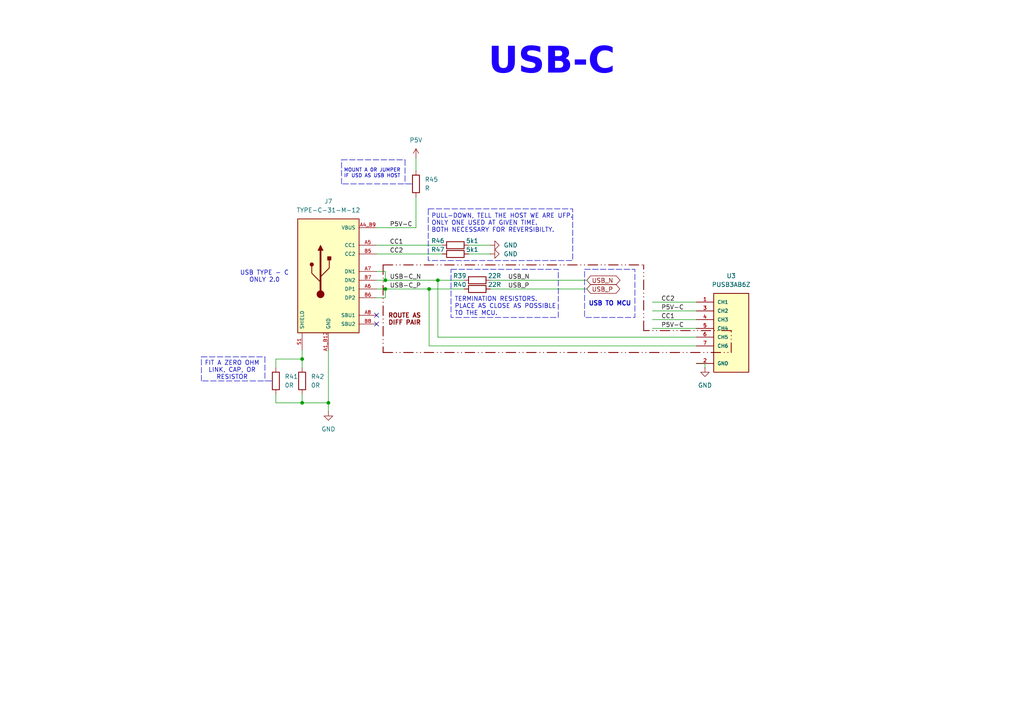
<source format=kicad_sch>
(kicad_sch (version 20250114) (generator "eeschema") (generator_version "9.0")
  (paper "A4")
  (title_block (title "PCB Mastery Project") (date "2026-01-27") (rev "01_1") (company "Integro Consulting AB") (comment 1 "TBD") (comment 2 "TBD") (comment 3 "TBD") (comment 4 "Josue Godinez"))
  (lib_symbols
    (symbol "Device:R" (pin_numbers (hide yes)) (pin_names (offset 0))
      (property "Reference" "R" (at 2.032 0 90))
      (property "Value" "R" (at 0 0 90))
      (symbol "R_0_1"
        (rectangle (start -1.016 -2.54) (end 1.016 2.54) (stroke (width 0.254)))
      )
      (symbol "R_1_1"
        (pin passive line (at 0 3.81 270) (length 1.27) (name "~") (number "1"))
        (pin passive line (at 0 -3.81 90) (length 1.27) (name "~") (number "2"))
      )
    )
    (symbol "PUSB3AB6Z:PUSB3AB6Z" (pin_names (offset 1.016))
      (property "Reference" "U" (at -5.08 13.462 0))
      (property "Value" "PUSB3AB6Z" (at -5.08 -12.7 0))
      (symbol "PUSB3AB6Z_0_0"
        (rectangle (start -5.08 -10.16) (end 5.08 12.7) (stroke (width 0.254)) (fill (type background)))
        (pin passive line (at 10.16 10.16 180) (length 5.08) (name "CH1") (number "1"))
        (pin passive line (at 10.16 7.62 180) (length 5.08) (name "CH2") (number "3"))
        (pin passive line (at 10.16 5.08 180) (length 5.08) (name "CH3") (number "4"))
        (pin passive line (at 10.16 2.54 180) (length 5.08) (name "CH4") (number "5"))
        (pin passive line (at 10.16 0 180) (length 5.08) (name "CH5") (number "6"))
        (pin passive line (at 10.16 -2.54 180) (length 5.08) (name "CH6") (number "7"))
        (pin power_in line (at 10.16 -7.62 180) (length 5.08) (name "GND") (number "2"))
      )
    )
    (symbol "TYPE-C-31-M-12:TYPE-C-31-M-12" (pin_names (offset 1.016))
      (property "Reference" "J" (at -10.16 17.78 0))
      (property "Value" "TYPE-C-31-M-12" (at -10.16 15.494 0))
      (symbol "TYPE-C-31-M-12_0_0"
        (rectangle (start -10.16 15.24) (end 7.62 -17.78) (stroke (width 0.254)) (fill (type background)))
        (pin passive line (at -8.89 -22.86 90) (length 5.08) (name "SHIELD") (number "S1"))
        (pin passive line (at -8.89 -22.86 90) (length 5.08) (hide yes) (name "SHIELD") (number "S2"))
        (pin passive line (at -8.89 -22.86 90) (length 5.08) (hide yes) (name "SHIELD") (number "S3"))
        (pin passive line (at -8.89 -22.86 90) (length 5.08) (hide yes) (name "SHIELD") (number "S4"))
        (pin power_in line (at -1.27 -22.86 90) (length 5.08) (name "GND") (number "A1_B12"))
        (pin power_in line (at -1.27 -22.86 90) (length 5.08) (hide yes) (name "GND") (number "B1_A12"))
        (pin power_in line (at 12.7 12.7 180) (length 5.08) (name "VBUS") (number "A4_B9"))
        (pin power_in line (at 12.7 12.7 180) (length 5.08) (hide yes) (name "VBUS") (number "B4_A9"))
        (pin bidirectional line (at 12.7 7.62 180) (length 5.08) (name "CC1") (number "A5"))
        (pin bidirectional line (at 12.7 5.08 180) (length 5.08) (name "CC2") (number "B5"))
        (pin bidirectional line (at 12.7 0 180) (length 5.08) (name "DN1") (number "A7"))
        (pin bidirectional line (at 12.7 -2.54 180) (length 5.08) (name "DN2") (number "B7"))
        (pin bidirectional line (at 12.7 -5.08 180) (length 5.08) (name "DP1") (number "A6"))
        (pin bidirectional line (at 12.7 -7.62 180) (length 5.08) (name "DP2") (number "B6"))
        (pin bidirectional line (at 12.7 -12.7 180) (length 5.08) (name "SBU1") (number "A8"))
        (pin bidirectional line (at 12.7 -15.24 180) (length 5.08) (name "SBU2") (number "B8"))
      )
      (symbol "TYPE-C-31-M-12_1_1"
        (circle (center -6.096 2.032) (radius 0.508) (fill (type color) (color 132 0 0 1)))
        (polyline (pts (xy -3.556 7.62) (xy -4.318 6.096) (xy -2.794 6.096) (xy -3.556 7.62)) (stroke (width 0) (color 132 0 0 1)) (fill (type color) (color 132 0 0 1)))
        (polyline (pts (xy -3.556 -1.524) (xy -1.016 1.016) (xy -1.016 3.81)) (stroke (width 0.254)))
        (polyline (pts (xy -3.556 -3.048) (xy -6.096 -0.508) (xy -6.096 2.032)) (stroke (width 0.254)))
        (circle (center -3.556 -6.604) (radius 1.0473) (stroke (width 0) (color 132 0 0 1)) (fill (type color) (color 132 0 0 1)))
        (polyline (pts (xy -3.556 -6.604) (xy -3.556 6.858)) (stroke (width 0.508)))
        (rectangle (start -1.524 4.318) (end -0.508 3.302) (fill (type color) (color 132 0 0 1)))
      )
    )
    (symbol "power:+3.3V" (power) (pin_numbers (hide yes)) (pin_names (offset 0) (hide yes))
      (property "Value" "+3.3V" (at 0 3.556 0))
      (symbol "+3.3V_0_1"
        (polyline (pts (xy -0.762 1.27) (xy 0 2.54)))
        (polyline (pts (xy 0 2.54) (xy 0.762 1.27)))
        (polyline (pts (xy 0 0) (xy 0 2.54)))
      )
      (symbol "+3.3V_1_1"
        (pin power_in line (at 0 0 90) (length 0) (name "~") (number "1"))
      )
    )
    (symbol "power:GND" (power) (pin_numbers (hide yes)) (pin_names (offset 0) (hide yes))
      (property "Value" "GND" (at 0 -3.81 0))
      (symbol "GND_0_1"
        (polyline (pts (xy 0 0) (xy 0 -1.27) (xy 1.27 -1.27) (xy 0 -2.54) (xy -1.27 -1.27) (xy 0 -1.27)))
      )
      (symbol "GND_1_1"
        (pin power_in line (at 0 0 270) (length 0) (name "~") (number "1"))
      )
    )
  )
  (rectangle (start 124.206 60.579) (end 166.116 75.565) (stroke (width 0) (type dash)))
  (rectangle (start 169.545 78.105) (end 184.15 92.075) (stroke (width 0) (type dash)))
  (rectangle (start 130.81 78.105) (end 161.925 92.075) (stroke (width 0) (type dash)))
  (text "USB TYPE - C\nONLY 2.0" (at 76.708 80.264 0) (effects (font (size 1.27 1.27))))
  (text "USB TO MCU\n" (at 170.688 88.138 0) (effects (font (size 1.27 1.27) (thickness 0.254) (bold yes)) (justify left)))
  (text "USB-C" (at 160.02 20.066 0) (effects (font (size 7.62 7.62) (thickness 0.254) (bold yes))))
  (text "PULL-DOWN, TELL THE HOST WE ARE UFP.\nONLY ONE USED AT GIVEN TIME.\nBOTH NECESSARY FOR REVERSIBILTY." (at 125.095 64.77 0) (effects (font (size 1.27 1.27)) (justify left)))
  (text "FIT A ZERO OHM\nLINK, CAP, OR\nRESISTOR" (at 67.31 107.442 0) (effects (font (size 1.27 1.27))))
  (text "TERMINATION RESISTORS.\nPLACE AS CLOSE AS POSSIBLE\nTO THE MCU." (at 131.826 88.9 0) (effects (font (size 1.27 1.27)) (justify left)))
  (text "ROUTE AS\nDIFF PAIR\n" (at 117.348 92.71 0) (effects (font (size 1.27 1.27) (thickness 0.254) (bold yes))))
  (text "MOUNT A 0R JUMPER\nIF USD AS USB HOST" (at 107.95 50.292 0) (effects (font (size 1.016 1.016))))
  (junction (at 95.25 116.84))
  (junction (at 87.63 104.14))
  (junction (at 127 81.28))
  (junction (at 111.76 83.82))
  (junction (at 111.76 81.28))
  (junction (at 87.63 116.84))
  (junction (at 124.46 83.82))
  (no_connect (at 109.22 93.98))
  (no_connect (at 109.22 91.44))
  (wire (pts (xy 204.47 105.41) (xy 204.47 106.68)))
  (polyline (pts (xy 78.74 110.49) (xy 58.42 110.49)) (stroke (width 0) (type dash)))
  (wire (pts (xy 109.22 78.74) (xy 111.76 78.74)))
  (wire (pts (xy 120.65 49.53) (xy 120.65 45.72)))
  (wire (pts (xy 111.76 78.74) (xy 111.76 81.28)))
  (wire (pts (xy 111.76 86.36) (xy 111.76 83.82)))
  (polyline (pts (xy 212.09 102.235) (xy 212.09 95.885)) (stroke (width 0.254) (type dash_dot_dot) (color 132 0 0 1)))
  (polyline (pts (xy 111.125 102.235) (xy 212.09 102.235)) (stroke (width 0.254) (type dash_dot_dot) (color 132 0 0 1)))
  (polyline (pts (xy 76.835 103.505) (xy 76.835 110.49)) (stroke (width 0) (type dash)))
  (wire (pts (xy 142.24 81.28) (xy 170.18 81.28)))
  (wire (pts (xy 189.23 90.17) (xy 201.93 90.17)))
  (wire (pts (xy 80.01 104.14) (xy 87.63 104.14)))
  (wire (pts (xy 109.22 81.28) (xy 111.76 81.28)))
  (polyline (pts (xy 111.125 76.835) (xy 186.69 76.835)) (stroke (width 0.254) (type dash_dot_dot) (color 132 0 0 1)))
  (polyline (pts (xy 119.38 53.34) (xy 99.06 53.34)) (stroke (width 0) (type dash)))
  (wire (pts (xy 87.63 104.14) (xy 87.63 101.6)))
  (wire (pts (xy 87.63 114.3) (xy 87.63 116.84)))
  (wire (pts (xy 124.46 100.33) (xy 124.46 83.82)))
  (wire (pts (xy 201.93 97.79) (xy 127 97.79)))
  (wire (pts (xy 142.24 73.66) (xy 135.89 73.66)))
  (wire (pts (xy 127 81.28) (xy 134.62 81.28)))
  (wire (pts (xy 201.93 87.63) (xy 189.23 87.63)))
  (wire (pts (xy 201.93 100.33) (xy 124.46 100.33)))
  (wire (pts (xy 80.01 116.84) (xy 80.01 114.3)))
  (wire (pts (xy 109.22 73.66) (xy 128.27 73.66)))
  (wire (pts (xy 95.25 119.38) (xy 95.25 116.84)))
  (wire (pts (xy 142.24 71.12) (xy 135.89 71.12)))
  (wire (pts (xy 124.46 83.82) (xy 134.62 83.82)))
  (polyline (pts (xy 99.06 46.355) (xy 117.475 46.355)) (stroke (width 0) (type dash)))
  (polyline (pts (xy 99.06 53.34) (xy 99.06 46.355)) (stroke (width 0) (type dash)))
  (wire (pts (xy 95.25 101.6) (xy 95.25 116.84)))
  (wire (pts (xy 189.23 92.71) (xy 201.93 92.71)))
  (wire (pts (xy 120.65 66.04) (xy 120.65 57.15)))
  (wire (pts (xy 87.63 116.84) (xy 95.25 116.84)))
  (wire (pts (xy 109.22 86.36) (xy 111.76 86.36)))
  (polyline (pts (xy 111.125 76.835) (xy 111.125 102.235)) (stroke (width 0.254) (type dash_dot_dot) (color 132 0 0 1)))
  (wire (pts (xy 109.22 71.12) (xy 128.27 71.12)))
  (wire (pts (xy 204.47 105.41) (xy 201.93 105.41)))
  (wire (pts (xy 109.22 83.82) (xy 111.76 83.82)))
  (polyline (pts (xy 58.42 110.49) (xy 58.42 103.505)) (stroke (width 0) (type dash)))
  (wire (pts (xy 127 97.79) (xy 127 81.28)))
  (wire (pts (xy 111.76 81.28) (xy 127 81.28)))
  (wire (pts (xy 80.01 106.68) (xy 80.01 104.14)))
  (wire (pts (xy 142.24 83.82) (xy 170.18 83.82)))
  (wire (pts (xy 109.22 66.04) (xy 120.65 66.04)))
  (wire (pts (xy 87.63 106.68) (xy 87.63 104.14)))
  (wire (pts (xy 80.01 116.84) (xy 87.63 116.84)))
  (polyline (pts (xy 58.42 103.505) (xy 76.835 103.505)) (stroke (width 0) (type dash)))
  (wire (pts (xy 189.23 95.25) (xy 201.93 95.25)))
  (polyline (pts (xy 212.09 95.885) (xy 186.69 95.885)) (stroke (width 0.254) (type dash_dot_dot) (color 132 0 0 1)))
  (polyline (pts (xy 186.69 95.885) (xy 186.69 76.835)) (stroke (width 0.254) (type dash_dot_dot) (color 132 0 0 1)))
  (polyline (pts (xy 117.475 46.355) (xy 117.475 53.34)) (stroke (width 0) (type dash)))
  (wire (pts (xy 111.76 83.82) (xy 124.46 83.82)))
  (label "P5V-C" (at 113.03 66.04 0))
  (label "USB_N" (at 147.32 81.28 0))
  (label "P5V-C" (at 191.77 95.25 0))
  (label "USB-C_N" (at 113.03 81.28 0))
  (label "CC2" (at 113.03 73.66 0))
  (label "CC1" (at 113.03 71.12 0))
  (label "USB_P" (at 147.32 83.82 0))
  (label "CC1" (at 191.77 92.71 0))
  (label "CC2" (at 191.77 87.63 0))
  (label "USB-C_P" (at 113.03 83.82 0))
  (label "P5V-C" (at 191.77 90.17 0))
  (global_label "USB_N" (shape bidirectional) (at 170.18 81.28 0) (property "Intersheetrefs" "${INTERSHEET_REFS}" (effects (hide yes))))
  (global_label "USB_P" (shape bidirectional) (at 170.18 83.82 0) (property "Intersheetrefs" "${INTERSHEET_REFS}" (effects (hide yes))))
  (symbol (lib_id "Device:R") (at 132.08 73.66 90) (unit 1)
    (property "Reference" "R47" (at 127 72.39 90))
    (property "Value" "5k1" (at 135.128 72.39 90) (effects (justify right)))
    (property "Description" "Resistor" (effects (hide yes)))
  )
  (symbol (lib_id "TYPE-C-31-M-12:TYPE-C-31-M-12") (at 96.52 78.74 0) (unit 1)
    (property "Reference" "J7" (at 95.25 58.42 0))
    (property "Value" "TYPE-C-31-M-12" (at 95.25 60.96 0))
    (property "Footprint" "TYPE-C-31-M-12:HRO_TYPE-C-31-M-12" (effects (hide yes)))
    (property "Description" "USB Connectors 24 Receptacle 1 8.94*7.3mm RoHS" (effects (hide yes)))
    (property "MAXIMUM_PACKAGE_HEIGHT" "3.26 mm" (effects (hide yes)))
    (property "Package" "THT" (effects (hide yes)))
    (property "MPN" "TYPE-C-31-M-12" (effects (hide yes)))
    (property "Manufacturer" "HRO Electronics Co., Ltd." (effects (hide yes)))
  )
  (symbol (lib_id "power:GND") (at 204.47 106.68 0) (unit 1)
    (property "Reference" "#PWR065" (effects (hide yes)))
    (property "Value" "GND" (at 204.47 111.76 0))
    (property "Description" "Power symbol creates a global label with name \"GND\" , ground" (effects (hide yes)))
  )
  (symbol (lib_id "Device:R") (at 138.43 83.82 90) (unit 1)
    (property "Reference" "R40" (at 133.35 82.55 90))
    (property "Value" "22R" (at 141.478 82.55 90) (effects (justify right)))
    (property "Description" "Resistor" (effects (hide yes)))
  )
  (symbol (lib_id "power:GND") (at 95.25 119.38 0) (mirror y) (unit 1)
    (property "Reference" "#PWR067" (effects (hide yes)))
    (property "Value" "GND" (at 95.25 124.46 0))
    (property "Description" "Power symbol creates a global label with name \"GND\" , ground" (effects (hide yes)))
  )
  (symbol (lib_id "Device:R") (at 80.01 110.49 0) (unit 1)
    (property "Reference" "R41" (at 82.55 109.2199 0) (effects (justify left)))
    (property "Value" "0R" (at 82.55 111.7599 0) (effects (justify left)))
    (property "Description" "Resistor" (effects (hide yes)))
  )
  (symbol (lib_id "Device:R") (at 138.43 81.28 90) (unit 1)
    (property "Reference" "R39" (at 133.35 80.01 90))
    (property "Value" "22R" (at 141.478 80.01 90) (effects (justify right)))
    (property "Description" "Resistor" (effects (hide yes)))
  )
  (symbol (lib_id "Device:R") (at 120.65 53.34 0) (unit 1)
    (property "Reference" "R45" (at 123.19 52.0699 0) (effects (justify left)))
    (property "Value" "R" (at 123.19 54.6099 0) (effects (justify left)))
    (property "Description" "Resistor" (effects (hide yes)))
  )
  (symbol (lib_id "Device:R") (at 87.63 110.49 0) (unit 1)
    (property "Reference" "R42" (at 90.17 109.2199 0) (effects (justify left)))
    (property "Value" "0R" (at 90.17 111.7599 0) (effects (justify left)))
    (property "Description" "Resistor" (effects (hide yes)))
  )
  (symbol (lib_id "power:GND") (at 142.24 73.66 90) (mirror x) (unit 1)
    (property "Reference" "#PWR068" (effects (hide yes)))
    (property "Value" "GND" (at 146.05 73.6599 90) (effects (justify right)))
    (property "Description" "Power symbol creates a global label with name \"GND\" , ground" (effects (hide yes)))
  )
  (symbol (lib_id "power:GND") (at 142.24 71.12 90) (mirror x) (unit 1)
    (property "Reference" "#PWR069" (effects (hide yes)))
    (property "Value" "GND" (at 146.05 71.1199 90) (effects (justify right)))
    (property "Description" "Power symbol creates a global label with name \"GND\" , ground" (effects (hide yes)))
  )
  (symbol (lib_id "PUSB3AB6Z:PUSB3AB6Z") (at 212.09 97.79 0) (mirror y) (unit 1)
    (property "Reference" "U3" (at 212.09 80.01 0))
    (property "Value" "PUSB3AB6Z" (at 212.09 82.55 0))
    (property "Footprint" "PUSB3AB6Z:IC_PUSB3AB6Z" (effects (hide yes)))
    (property "Description" "6V (Typ) Clamp 5A (8/20µs) Ipp Tvs Diode Surface Mount 7-XSON (1.1x2.1)" (effects (hide yes)))
    (property "Manufacturer" "Nexperia USA" (effects (hide yes)))
    (property "Package" "XSON7-7" (effects (hide yes)))
    (property "MPN" "PUSB3AB6Z" (effects (hide yes)))
  )
  (symbol (lib_id "Device:R") (at 132.08 71.12 90) (unit 1)
    (property "Reference" "R46" (at 127 69.85 90))
    (property "Value" "5k1" (at 135.128 69.85 90) (effects (justify right)))
    (property "Description" "Resistor" (effects (hide yes)))
  )
  (symbol (lib_id "power:+3.3V") (at 120.65 45.72 0) (mirror y) (unit 1)
    (property "Reference" "#PWR066" (effects (hide yes)))
    (property "Value" "P5V" (at 120.65 40.64 0))
    (property "Description" "Power symbol creates a global label with name \"+3.3V\"" (effects (hide yes)))
  )
)
</source>
